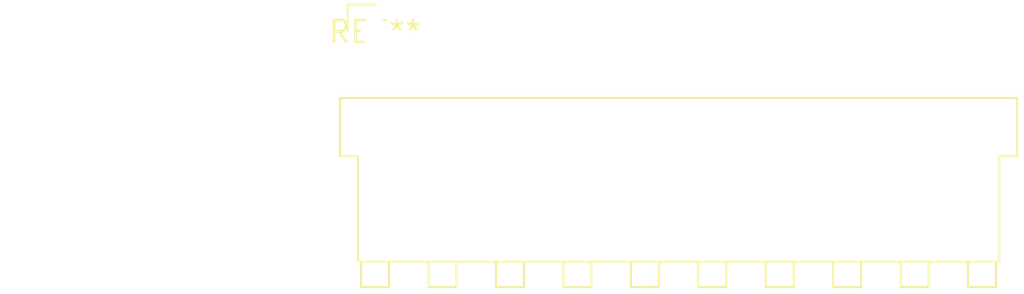
<source format=kicad_pcb>
(kicad_pcb (version 20240108) (generator pcbnew)
  (layers (0 "F.Cu" signal) (31 "B.Cu" signal) (34 "B.Paste" user) (35 "F.Paste" user) (36 "B.SilkS" user "B.Silkscreen") (37 "F.SilkS" user "F.Silkscreen") (38 "B.Mask" user) (39 "F.Mask" user) (44 "Edge.Cuts" user))
  (net 0 "")
  (footprint "JST_VH_B10PS-VH_1x10_P3.96mm_Horizontal" (layer "F.Cu") (at 0 0)
    (property "Reference" "REF**")
    (property "Value" "JST_VH_B10PS-VH_1x10_P3.96mm_Horizontal")
    (fp_line (start -2.06 3.89) (end 37.7 3.89) (layer "F.SilkS") (stroke (width 0.12)))
    (fp_line (start -2.06 7.31) (end -2.06 3.89) (layer "F.SilkS") (stroke (width 0.12)))
    (fp_line (start -1.61 -1.61) (end -1.61 0) (layer "F.SilkS") (stroke (width 0.12)))
    (fp_line (start -1.01 7.31) (end -2.06 7.31) (layer "F.SilkS") (stroke (width 0.12)))
    (fp_line (start -1.01 13.51) (end -1.01 7.31) (layer "F.SilkS") (stroke (width 0.12)))
    (fp_line (start -0.82 13.51) (end -0.82 15.01) (layer "F.SilkS") (stroke (width 0.12)))
    (fp_line (start -0.82 15.01) (end 0.82 15.01) (layer "F.SilkS") (stroke (width 0.12)))
    (fp_line (start 0 -1.61) (end -1.61 -1.61) (layer "F.SilkS") (stroke (width 0.12)))
    (fp_line (start 0.82 15.01) (end 0.82 13.51) (layer "F.SilkS") (stroke (width 0.12)))
    (fp_line (start 3.14 13.51) (end 3.14 15.01) (layer "F.SilkS") (stroke (width 0.12)))
    (fp_line (start 3.14 15.01) (end 4.78 15.01) (layer "F.SilkS") (stroke (width 0.12)))
    (fp_line (start 4.78 15.01) (end 4.78 13.51) (layer "F.SilkS") (stroke (width 0.12)))
    (fp_line (start 7.1 13.51) (end 7.1 15.01) (layer "F.SilkS") (stroke (width 0.12)))
    (fp_line (start 7.1 15.01) (end 8.74 15.01) (layer "F.SilkS") (stroke (width 0.12)))
    (fp_line (start 8.74 15.01) (end 8.74 13.51) (layer "F.SilkS") (stroke (width 0.12)))
    (fp_line (start 11.06 13.51) (end 11.06 15.01) (layer "F.SilkS") (stroke (width 0.12)))
    (fp_line (start 11.06 15.01) (end 12.7 15.01) (layer "F.SilkS") (stroke (width 0.12)))
    (fp_line (start 12.7 15.01) (end 12.7 13.51) (layer "F.SilkS") (stroke (width 0.12)))
    (fp_line (start 15.02 13.51) (end 15.02 15.01) (layer "F.SilkS") (stroke (width 0.12)))
    (fp_line (start 15.02 15.01) (end 16.66 15.01) (layer "F.SilkS") (stroke (width 0.12)))
    (fp_line (start 16.66 15.01) (end 16.66 13.51) (layer "F.SilkS") (stroke (width 0.12)))
    (fp_line (start 18.98 13.51) (end 18.98 15.01) (layer "F.SilkS") (stroke (width 0.12)))
    (fp_line (start 18.98 15.01) (end 20.62 15.01) (layer "F.SilkS") (stroke (width 0.12)))
    (fp_line (start 20.62 15.01) (end 20.62 13.51) (layer "F.SilkS") (stroke (width 0.12)))
    (fp_line (start 22.94 13.51) (end 22.94 15.01) (layer "F.SilkS") (stroke (width 0.12)))
    (fp_line (start 22.94 15.01) (end 24.58 15.01) (layer "F.SilkS") (stroke (width 0.12)))
    (fp_line (start 24.58 15.01) (end 24.58 13.51) (layer "F.SilkS") (stroke (width 0.12)))
    (fp_line (start 26.9 13.51) (end 26.9 15.01) (layer "F.SilkS") (stroke (width 0.12)))
    (fp_line (start 26.9 15.01) (end 28.54 15.01) (layer "F.SilkS") (stroke (width 0.12)))
    (fp_line (start 28.54 15.01) (end 28.54 13.51) (layer "F.SilkS") (stroke (width 0.12)))
    (fp_line (start 30.86 13.51) (end 30.86 15.01) (layer "F.SilkS") (stroke (width 0.12)))
    (fp_line (start 30.86 15.01) (end 32.5 15.01) (layer "F.SilkS") (stroke (width 0.12)))
    (fp_line (start 32.5 15.01) (end 32.5 13.51) (layer "F.SilkS") (stroke (width 0.12)))
    (fp_line (start 34.82 13.51) (end 34.82 15.01) (layer "F.SilkS") (stroke (width 0.12)))
    (fp_line (start 34.82 15.01) (end 36.46 15.01) (layer "F.SilkS") (stroke (width 0.12)))
    (fp_line (start 36.46 15.01) (end 36.46 13.51) (layer "F.SilkS") (stroke (width 0.12)))
    (fp_line (start 36.65 7.31) (end 36.65 13.51) (layer "F.SilkS") (stroke (width 0.12)))
    (fp_line (start 36.65 13.51) (end -1.01 13.51) (layer "F.SilkS") (stroke (width 0.12)))
    (fp_line (start 37.7 3.89) (end 37.7 7.31) (layer "F.SilkS") (stroke (width 0.12)))
    (fp_line (start 37.7 7.31) (end 36.65 7.31) (layer "F.SilkS") (stroke (width 0.12)))
    (pad "1" thru_hole roundrect (at 0 0) (size 2.7 2.7) (drill 1.7) (layers *.Cu *.Mask) (remove_unused_layers) (roundrect_rratio 0.092593))
    (pad "2" thru_hole circle (at 3.96 0) (size 2.7 2.7) (drill 1.7) (layers *.Cu *.Mask) (remove_unused_layers))
    (pad "3" thru_hole circle (at 7.92 0) (size 2.7 2.7) (drill 1.7) (layers *.Cu *.Mask) (remove_unused_layers))
    (pad "4" thru_hole circle (at 11.88 0) (size 2.7 2.7) (drill 1.7) (layers *.Cu *.Mask) (remove_unused_layers))
    (pad "5" thru_hole circle (at 15.84 0) (size 2.7 2.7) (drill 1.7) (layers *.Cu *.Mask) (remove_unused_layers))
    (pad "6" thru_hole circle (at 19.8 0) (size 2.7 2.7) (drill 1.7) (layers *.Cu *.Mask) (remove_unused_layers))
    (pad "7" thru_hole circle (at 23.76 0) (size 2.7 2.7) (drill 1.7) (layers *.Cu *.Mask) (remove_unused_layers))
    (pad "8" thru_hole circle (at 27.72 0) (size 2.7 2.7) (drill 1.7) (layers *.Cu *.Mask) (remove_unused_layers))
    (pad "9" thru_hole circle (at 31.68 0) (size 2.7 2.7) (drill 1.7) (layers *.Cu *.Mask) (remove_unused_layers))
    (pad "10" thru_hole circle (at 35.64 0) (size 2.7 2.7) (drill 1.7) (layers *.Cu *.Mask) (remove_unused_layers))
  )
)
</source>
